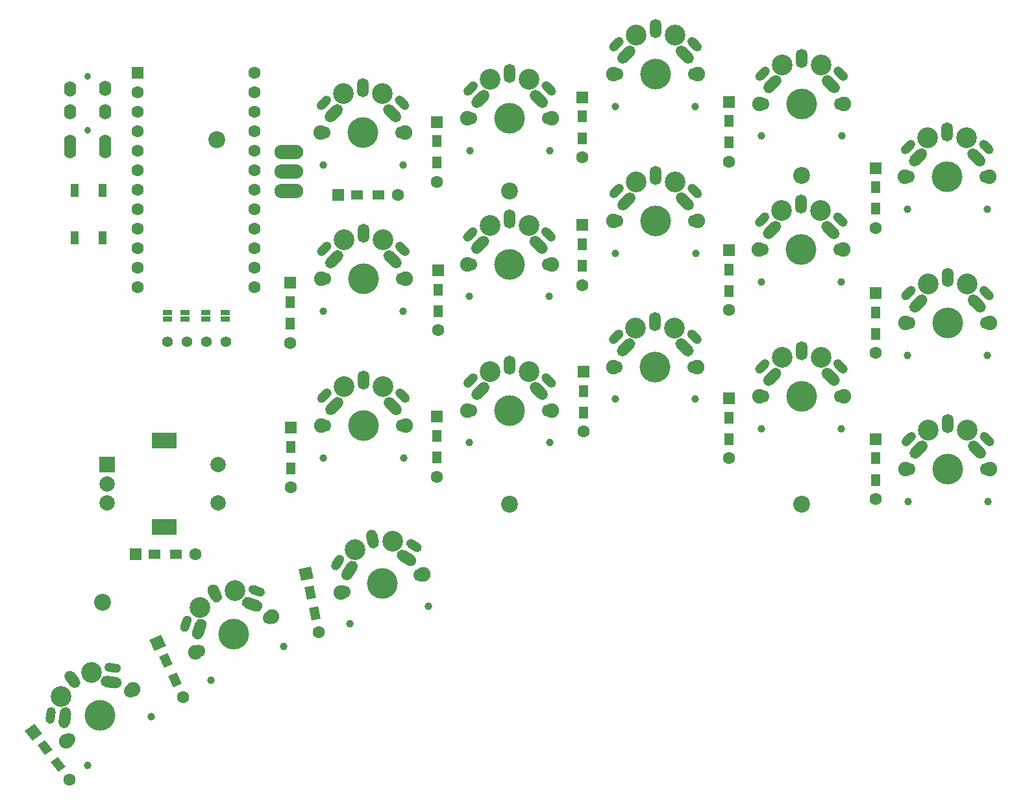
<source format=gbr>
%TF.GenerationSoftware,KiCad,Pcbnew,(5.1.7)-1*%
%TF.CreationDate,2021-07-12T10:23:36+05:30*%
%TF.ProjectId,Pteron36v0,50746572-6f6e-4333-9676-302e6b696361,rev?*%
%TF.SameCoordinates,Original*%
%TF.FileFunction,Soldermask,Bot*%
%TF.FilePolarity,Negative*%
%FSLAX46Y46*%
G04 Gerber Fmt 4.6, Leading zero omitted, Abs format (unit mm)*
G04 Created by KiCad (PCBNEW (5.1.7)-1) date 2021-07-12 10:23:36*
%MOMM*%
%LPD*%
G01*
G04 APERTURE LIST*
%ADD10C,1.000000*%
%ADD11O,1.500000X2.500000*%
%ADD12C,1.900000*%
%ADD13C,4.000000*%
%ADD14C,1.700000*%
%ADD15C,2.700000*%
%ADD16C,2.200000*%
%ADD17C,1.600000*%
%ADD18R,1.600000X1.600000*%
%ADD19O,1.600000X2.000000*%
%ADD20C,0.800000*%
%ADD21R,2.000000X2.000000*%
%ADD22C,2.000000*%
%ADD23R,3.200000X2.000000*%
%ADD24R,1.600000X1.200000*%
%ADD25R,1.100000X1.800000*%
%ADD26O,3.759200X1.879600*%
%ADD27R,1.200000X1.600000*%
%ADD28C,0.100000*%
%ADD29R,1.270000X0.635000*%
%ADD30C,1.397000*%
G04 APERTURE END LIST*
D10*
%TO.C,SW13*%
X182983305Y-77329232D03*
D11*
X177763305Y-67229232D03*
G36*
G01*
X182085488Y-68451415D02*
X182085488Y-68451415D01*
G75*
G02*
X182934016Y-68451415I424264J-424264D01*
G01*
X183641122Y-69158521D01*
G75*
G02*
X183641122Y-70007049I-424264J-424264D01*
G01*
X183641122Y-70007049D01*
G75*
G02*
X182792594Y-70007049I-424264J424264D01*
G01*
X182085488Y-69299943D01*
G75*
G02*
X182085488Y-68451415I424264J424264D01*
G01*
G37*
G36*
G01*
X171885488Y-70007049D02*
X171885488Y-70007049D01*
G75*
G02*
X171885488Y-69158521I424264J424264D01*
G01*
X172592594Y-68451415D01*
G75*
G02*
X173441122Y-68451415I424264J-424264D01*
G01*
X173441122Y-68451415D01*
G75*
G02*
X173441122Y-69299943I-424264J-424264D01*
G01*
X172734016Y-70007049D01*
G75*
G02*
X171885488Y-70007049I-424264J424264D01*
G01*
G37*
D12*
X183263305Y-73129232D03*
X172263305Y-73129232D03*
G36*
G01*
X172963356Y-71579181D02*
X172963356Y-71579181D01*
G75*
G02*
X172963356Y-70518521I530330J530330D01*
G01*
X173882594Y-69599283D01*
G75*
G02*
X174943254Y-69599283I530330J-530330D01*
G01*
X174943254Y-69599283D01*
G75*
G02*
X174943254Y-70659943I-530330J-530330D01*
G01*
X174024016Y-71579181D01*
G75*
G02*
X172963356Y-71579181I-530330J530330D01*
G01*
G37*
D13*
X177763305Y-73129232D03*
D14*
X172683305Y-73129232D03*
X182843305Y-73129232D03*
G36*
G01*
X180583356Y-69599283D02*
X180583356Y-69599283D01*
G75*
G02*
X181644016Y-69599283I530330J-530330D01*
G01*
X182563254Y-70518521D01*
G75*
G02*
X182563254Y-71579181I-530330J-530330D01*
G01*
X182563254Y-71579181D01*
G75*
G02*
X181502594Y-71579181I-530330J530330D01*
G01*
X180583356Y-70659943D01*
G75*
G02*
X180583356Y-69599283I530330J530330D01*
G01*
G37*
D15*
X175223305Y-68049232D03*
X180303305Y-68049232D03*
D10*
X172543305Y-77329232D03*
%TD*%
%TO.C,SW8*%
X202061035Y-86905722D03*
D11*
X196841035Y-76805722D03*
G36*
G01*
X201163218Y-78027905D02*
X201163218Y-78027905D01*
G75*
G02*
X202011746Y-78027905I424264J-424264D01*
G01*
X202718852Y-78735011D01*
G75*
G02*
X202718852Y-79583539I-424264J-424264D01*
G01*
X202718852Y-79583539D01*
G75*
G02*
X201870324Y-79583539I-424264J424264D01*
G01*
X201163218Y-78876433D01*
G75*
G02*
X201163218Y-78027905I424264J424264D01*
G01*
G37*
G36*
G01*
X190963218Y-79583539D02*
X190963218Y-79583539D01*
G75*
G02*
X190963218Y-78735011I424264J424264D01*
G01*
X191670324Y-78027905D01*
G75*
G02*
X192518852Y-78027905I424264J-424264D01*
G01*
X192518852Y-78027905D01*
G75*
G02*
X192518852Y-78876433I-424264J-424264D01*
G01*
X191811746Y-79583539D01*
G75*
G02*
X190963218Y-79583539I-424264J424264D01*
G01*
G37*
D12*
X202341035Y-82705722D03*
X191341035Y-82705722D03*
G36*
G01*
X192041086Y-81155671D02*
X192041086Y-81155671D01*
G75*
G02*
X192041086Y-80095011I530330J530330D01*
G01*
X192960324Y-79175773D01*
G75*
G02*
X194020984Y-79175773I530330J-530330D01*
G01*
X194020984Y-79175773D01*
G75*
G02*
X194020984Y-80236433I-530330J-530330D01*
G01*
X193101746Y-81155671D01*
G75*
G02*
X192041086Y-81155671I-530330J530330D01*
G01*
G37*
D13*
X196841035Y-82705722D03*
D14*
X191761035Y-82705722D03*
X201921035Y-82705722D03*
G36*
G01*
X199661086Y-79175773D02*
X199661086Y-79175773D01*
G75*
G02*
X200721746Y-79175773I530330J-530330D01*
G01*
X201640984Y-80095011D01*
G75*
G02*
X201640984Y-81155671I-530330J-530330D01*
G01*
X201640984Y-81155671D01*
G75*
G02*
X200580324Y-81155671I-530330J530330D01*
G01*
X199661086Y-80236433D01*
G75*
G02*
X199661086Y-79175773I530330J530330D01*
G01*
G37*
D15*
X194301035Y-77625722D03*
X199381035Y-77625722D03*
D10*
X191621035Y-86905722D03*
%TD*%
%TO.C,SW7*%
X202017387Y-67870820D03*
D11*
X196797387Y-57770820D03*
G36*
G01*
X201119570Y-58993003D02*
X201119570Y-58993003D01*
G75*
G02*
X201968098Y-58993003I424264J-424264D01*
G01*
X202675204Y-59700109D01*
G75*
G02*
X202675204Y-60548637I-424264J-424264D01*
G01*
X202675204Y-60548637D01*
G75*
G02*
X201826676Y-60548637I-424264J424264D01*
G01*
X201119570Y-59841531D01*
G75*
G02*
X201119570Y-58993003I424264J424264D01*
G01*
G37*
G36*
G01*
X190919570Y-60548637D02*
X190919570Y-60548637D01*
G75*
G02*
X190919570Y-59700109I424264J424264D01*
G01*
X191626676Y-58993003D01*
G75*
G02*
X192475204Y-58993003I424264J-424264D01*
G01*
X192475204Y-58993003D01*
G75*
G02*
X192475204Y-59841531I-424264J-424264D01*
G01*
X191768098Y-60548637D01*
G75*
G02*
X190919570Y-60548637I-424264J424264D01*
G01*
G37*
D12*
X202297387Y-63670820D03*
X191297387Y-63670820D03*
G36*
G01*
X191997438Y-62120769D02*
X191997438Y-62120769D01*
G75*
G02*
X191997438Y-61060109I530330J530330D01*
G01*
X192916676Y-60140871D01*
G75*
G02*
X193977336Y-60140871I530330J-530330D01*
G01*
X193977336Y-60140871D01*
G75*
G02*
X193977336Y-61201531I-530330J-530330D01*
G01*
X193058098Y-62120769D01*
G75*
G02*
X191997438Y-62120769I-530330J530330D01*
G01*
G37*
D13*
X196797387Y-63670820D03*
D14*
X191717387Y-63670820D03*
X201877387Y-63670820D03*
G36*
G01*
X199617438Y-60140871D02*
X199617438Y-60140871D01*
G75*
G02*
X200678098Y-60140871I530330J-530330D01*
G01*
X201597336Y-61060109D01*
G75*
G02*
X201597336Y-62120769I-530330J-530330D01*
G01*
X201597336Y-62120769D01*
G75*
G02*
X200536676Y-62120769I-530330J530330D01*
G01*
X199617438Y-61201531D01*
G75*
G02*
X199617438Y-60140871I530330J530330D01*
G01*
G37*
D15*
X194257387Y-58590820D03*
X199337387Y-58590820D03*
D10*
X191577387Y-67870820D03*
%TD*%
%TO.C,SW12*%
X183030215Y-58318605D03*
D11*
X177810215Y-48218605D03*
G36*
G01*
X182132398Y-49440788D02*
X182132398Y-49440788D01*
G75*
G02*
X182980926Y-49440788I424264J-424264D01*
G01*
X183688032Y-50147894D01*
G75*
G02*
X183688032Y-50996422I-424264J-424264D01*
G01*
X183688032Y-50996422D01*
G75*
G02*
X182839504Y-50996422I-424264J424264D01*
G01*
X182132398Y-50289316D01*
G75*
G02*
X182132398Y-49440788I424264J424264D01*
G01*
G37*
G36*
G01*
X171932398Y-50996422D02*
X171932398Y-50996422D01*
G75*
G02*
X171932398Y-50147894I424264J424264D01*
G01*
X172639504Y-49440788D01*
G75*
G02*
X173488032Y-49440788I424264J-424264D01*
G01*
X173488032Y-49440788D01*
G75*
G02*
X173488032Y-50289316I-424264J-424264D01*
G01*
X172780926Y-50996422D01*
G75*
G02*
X171932398Y-50996422I-424264J424264D01*
G01*
G37*
D12*
X183310215Y-54118605D03*
X172310215Y-54118605D03*
G36*
G01*
X173010266Y-52568554D02*
X173010266Y-52568554D01*
G75*
G02*
X173010266Y-51507894I530330J530330D01*
G01*
X173929504Y-50588656D01*
G75*
G02*
X174990164Y-50588656I530330J-530330D01*
G01*
X174990164Y-50588656D01*
G75*
G02*
X174990164Y-51649316I-530330J-530330D01*
G01*
X174070926Y-52568554D01*
G75*
G02*
X173010266Y-52568554I-530330J530330D01*
G01*
G37*
D13*
X177810215Y-54118605D03*
D14*
X172730215Y-54118605D03*
X182890215Y-54118605D03*
G36*
G01*
X180630266Y-50588656D02*
X180630266Y-50588656D01*
G75*
G02*
X181690926Y-50588656I530330J-530330D01*
G01*
X182610164Y-51507894D01*
G75*
G02*
X182610164Y-52568554I-530330J-530330D01*
G01*
X182610164Y-52568554D01*
G75*
G02*
X181549504Y-52568554I-530330J530330D01*
G01*
X180630266Y-51649316D01*
G75*
G02*
X180630266Y-50588656I530330J530330D01*
G01*
G37*
D15*
X175270215Y-49038605D03*
X180350215Y-49038605D03*
D10*
X172590215Y-58318605D03*
%TD*%
%TO.C,SW22*%
X144952181Y-60247769D03*
D11*
X139732181Y-50147769D03*
G36*
G01*
X144054364Y-51369952D02*
X144054364Y-51369952D01*
G75*
G02*
X144902892Y-51369952I424264J-424264D01*
G01*
X145609998Y-52077058D01*
G75*
G02*
X145609998Y-52925586I-424264J-424264D01*
G01*
X145609998Y-52925586D01*
G75*
G02*
X144761470Y-52925586I-424264J424264D01*
G01*
X144054364Y-52218480D01*
G75*
G02*
X144054364Y-51369952I424264J424264D01*
G01*
G37*
G36*
G01*
X133854364Y-52925586D02*
X133854364Y-52925586D01*
G75*
G02*
X133854364Y-52077058I424264J424264D01*
G01*
X134561470Y-51369952D01*
G75*
G02*
X135409998Y-51369952I424264J-424264D01*
G01*
X135409998Y-51369952D01*
G75*
G02*
X135409998Y-52218480I-424264J-424264D01*
G01*
X134702892Y-52925586D01*
G75*
G02*
X133854364Y-52925586I-424264J424264D01*
G01*
G37*
D12*
X145232181Y-56047769D03*
X134232181Y-56047769D03*
G36*
G01*
X134932232Y-54497718D02*
X134932232Y-54497718D01*
G75*
G02*
X134932232Y-53437058I530330J530330D01*
G01*
X135851470Y-52517820D01*
G75*
G02*
X136912130Y-52517820I530330J-530330D01*
G01*
X136912130Y-52517820D01*
G75*
G02*
X136912130Y-53578480I-530330J-530330D01*
G01*
X135992892Y-54497718D01*
G75*
G02*
X134932232Y-54497718I-530330J530330D01*
G01*
G37*
D13*
X139732181Y-56047769D03*
D14*
X134652181Y-56047769D03*
X144812181Y-56047769D03*
G36*
G01*
X142552232Y-52517820D02*
X142552232Y-52517820D01*
G75*
G02*
X143612892Y-52517820I530330J-530330D01*
G01*
X144532130Y-53437058D01*
G75*
G02*
X144532130Y-54497718I-530330J-530330D01*
G01*
X144532130Y-54497718D01*
G75*
G02*
X143471470Y-54497718I-530330J530330D01*
G01*
X142552232Y-53578480D01*
G75*
G02*
X142552232Y-52517820I530330J530330D01*
G01*
G37*
D15*
X137192181Y-50967769D03*
X142272181Y-50967769D03*
D10*
X134512181Y-60247769D03*
%TD*%
%TO.C,SW26*%
X125818486Y-62109020D03*
D11*
X120598486Y-52009020D03*
G36*
G01*
X124920669Y-53231203D02*
X124920669Y-53231203D01*
G75*
G02*
X125769197Y-53231203I424264J-424264D01*
G01*
X126476303Y-53938309D01*
G75*
G02*
X126476303Y-54786837I-424264J-424264D01*
G01*
X126476303Y-54786837D01*
G75*
G02*
X125627775Y-54786837I-424264J424264D01*
G01*
X124920669Y-54079731D01*
G75*
G02*
X124920669Y-53231203I424264J424264D01*
G01*
G37*
G36*
G01*
X114720669Y-54786837D02*
X114720669Y-54786837D01*
G75*
G02*
X114720669Y-53938309I424264J424264D01*
G01*
X115427775Y-53231203D01*
G75*
G02*
X116276303Y-53231203I424264J-424264D01*
G01*
X116276303Y-53231203D01*
G75*
G02*
X116276303Y-54079731I-424264J-424264D01*
G01*
X115569197Y-54786837D01*
G75*
G02*
X114720669Y-54786837I-424264J424264D01*
G01*
G37*
D12*
X126098486Y-57909020D03*
X115098486Y-57909020D03*
G36*
G01*
X115798537Y-56358969D02*
X115798537Y-56358969D01*
G75*
G02*
X115798537Y-55298309I530330J530330D01*
G01*
X116717775Y-54379071D01*
G75*
G02*
X117778435Y-54379071I530330J-530330D01*
G01*
X117778435Y-54379071D01*
G75*
G02*
X117778435Y-55439731I-530330J-530330D01*
G01*
X116859197Y-56358969D01*
G75*
G02*
X115798537Y-56358969I-530330J530330D01*
G01*
G37*
D13*
X120598486Y-57909020D03*
D14*
X115518486Y-57909020D03*
X125678486Y-57909020D03*
G36*
G01*
X123418537Y-54379071D02*
X123418537Y-54379071D01*
G75*
G02*
X124479197Y-54379071I530330J-530330D01*
G01*
X125398435Y-55298309D01*
G75*
G02*
X125398435Y-56358969I-530330J-530330D01*
G01*
X125398435Y-56358969D01*
G75*
G02*
X124337775Y-56358969I-530330J530330D01*
G01*
X123418537Y-55439731D01*
G75*
G02*
X123418537Y-54379071I530330J530330D01*
G01*
G37*
D15*
X118058486Y-52829020D03*
X123138486Y-52829020D03*
D10*
X115378486Y-62109020D03*
%TD*%
%TO.C,SW28*%
X125881509Y-100269365D03*
D11*
X120661509Y-90169365D03*
G36*
G01*
X124983692Y-91391548D02*
X124983692Y-91391548D01*
G75*
G02*
X125832220Y-91391548I424264J-424264D01*
G01*
X126539326Y-92098654D01*
G75*
G02*
X126539326Y-92947182I-424264J-424264D01*
G01*
X126539326Y-92947182D01*
G75*
G02*
X125690798Y-92947182I-424264J424264D01*
G01*
X124983692Y-92240076D01*
G75*
G02*
X124983692Y-91391548I424264J424264D01*
G01*
G37*
G36*
G01*
X114783692Y-92947182D02*
X114783692Y-92947182D01*
G75*
G02*
X114783692Y-92098654I424264J424264D01*
G01*
X115490798Y-91391548D01*
G75*
G02*
X116339326Y-91391548I424264J-424264D01*
G01*
X116339326Y-91391548D01*
G75*
G02*
X116339326Y-92240076I-424264J-424264D01*
G01*
X115632220Y-92947182D01*
G75*
G02*
X114783692Y-92947182I-424264J424264D01*
G01*
G37*
D12*
X126161509Y-96069365D03*
X115161509Y-96069365D03*
G36*
G01*
X115861560Y-94519314D02*
X115861560Y-94519314D01*
G75*
G02*
X115861560Y-93458654I530330J530330D01*
G01*
X116780798Y-92539416D01*
G75*
G02*
X117841458Y-92539416I530330J-530330D01*
G01*
X117841458Y-92539416D01*
G75*
G02*
X117841458Y-93600076I-530330J-530330D01*
G01*
X116922220Y-94519314D01*
G75*
G02*
X115861560Y-94519314I-530330J530330D01*
G01*
G37*
D13*
X120661509Y-96069365D03*
D14*
X115581509Y-96069365D03*
X125741509Y-96069365D03*
G36*
G01*
X123481560Y-92539416D02*
X123481560Y-92539416D01*
G75*
G02*
X124542220Y-92539416I530330J-530330D01*
G01*
X125461458Y-93458654D01*
G75*
G02*
X125461458Y-94519314I-530330J-530330D01*
G01*
X125461458Y-94519314D01*
G75*
G02*
X124400798Y-94519314I-530330J530330D01*
G01*
X123481560Y-93600076D01*
G75*
G02*
X123481560Y-92539416I530330J530330D01*
G01*
G37*
D15*
X118121509Y-90989365D03*
X123201509Y-90989365D03*
D10*
X115441509Y-100269365D03*
%TD*%
%TO.C,SW27*%
X125862130Y-81143915D03*
D11*
X120642130Y-71043915D03*
G36*
G01*
X124964313Y-72266098D02*
X124964313Y-72266098D01*
G75*
G02*
X125812841Y-72266098I424264J-424264D01*
G01*
X126519947Y-72973204D01*
G75*
G02*
X126519947Y-73821732I-424264J-424264D01*
G01*
X126519947Y-73821732D01*
G75*
G02*
X125671419Y-73821732I-424264J424264D01*
G01*
X124964313Y-73114626D01*
G75*
G02*
X124964313Y-72266098I424264J424264D01*
G01*
G37*
G36*
G01*
X114764313Y-73821732D02*
X114764313Y-73821732D01*
G75*
G02*
X114764313Y-72973204I424264J424264D01*
G01*
X115471419Y-72266098D01*
G75*
G02*
X116319947Y-72266098I424264J-424264D01*
G01*
X116319947Y-72266098D01*
G75*
G02*
X116319947Y-73114626I-424264J-424264D01*
G01*
X115612841Y-73821732D01*
G75*
G02*
X114764313Y-73821732I-424264J424264D01*
G01*
G37*
D12*
X126142130Y-76943915D03*
X115142130Y-76943915D03*
G36*
G01*
X115842181Y-75393864D02*
X115842181Y-75393864D01*
G75*
G02*
X115842181Y-74333204I530330J530330D01*
G01*
X116761419Y-73413966D01*
G75*
G02*
X117822079Y-73413966I530330J-530330D01*
G01*
X117822079Y-73413966D01*
G75*
G02*
X117822079Y-74474626I-530330J-530330D01*
G01*
X116902841Y-75393864D01*
G75*
G02*
X115842181Y-75393864I-530330J530330D01*
G01*
G37*
D13*
X120642130Y-76943915D03*
D14*
X115562130Y-76943915D03*
X125722130Y-76943915D03*
G36*
G01*
X123462181Y-73413966D02*
X123462181Y-73413966D01*
G75*
G02*
X124522841Y-73413966I530330J-530330D01*
G01*
X125442079Y-74333204D01*
G75*
G02*
X125442079Y-75393864I-530330J-530330D01*
G01*
X125442079Y-75393864D01*
G75*
G02*
X124381419Y-75393864I-530330J530330D01*
G01*
X123462181Y-74474626D01*
G75*
G02*
X123462181Y-73413966I530330J530330D01*
G01*
G37*
D15*
X118102130Y-71863915D03*
X123182130Y-71863915D03*
D10*
X115422130Y-81143915D03*
%TD*%
%TO.C,SW24*%
X144948913Y-98293290D03*
D11*
X139728913Y-88193290D03*
G36*
G01*
X144051096Y-89415473D02*
X144051096Y-89415473D01*
G75*
G02*
X144899624Y-89415473I424264J-424264D01*
G01*
X145606730Y-90122579D01*
G75*
G02*
X145606730Y-90971107I-424264J-424264D01*
G01*
X145606730Y-90971107D01*
G75*
G02*
X144758202Y-90971107I-424264J424264D01*
G01*
X144051096Y-90264001D01*
G75*
G02*
X144051096Y-89415473I424264J424264D01*
G01*
G37*
G36*
G01*
X133851096Y-90971107D02*
X133851096Y-90971107D01*
G75*
G02*
X133851096Y-90122579I424264J424264D01*
G01*
X134558202Y-89415473D01*
G75*
G02*
X135406730Y-89415473I424264J-424264D01*
G01*
X135406730Y-89415473D01*
G75*
G02*
X135406730Y-90264001I-424264J-424264D01*
G01*
X134699624Y-90971107D01*
G75*
G02*
X133851096Y-90971107I-424264J424264D01*
G01*
G37*
D12*
X145228913Y-94093290D03*
X134228913Y-94093290D03*
G36*
G01*
X134928964Y-92543239D02*
X134928964Y-92543239D01*
G75*
G02*
X134928964Y-91482579I530330J530330D01*
G01*
X135848202Y-90563341D01*
G75*
G02*
X136908862Y-90563341I530330J-530330D01*
G01*
X136908862Y-90563341D01*
G75*
G02*
X136908862Y-91624001I-530330J-530330D01*
G01*
X135989624Y-92543239D01*
G75*
G02*
X134928964Y-92543239I-530330J530330D01*
G01*
G37*
D13*
X139728913Y-94093290D03*
D14*
X134648913Y-94093290D03*
X144808913Y-94093290D03*
G36*
G01*
X142548964Y-90563341D02*
X142548964Y-90563341D01*
G75*
G02*
X143609624Y-90563341I530330J-530330D01*
G01*
X144528862Y-91482579D01*
G75*
G02*
X144528862Y-92543239I-530330J-530330D01*
G01*
X144528862Y-92543239D01*
G75*
G02*
X143468202Y-92543239I-530330J530330D01*
G01*
X142548964Y-91624001D01*
G75*
G02*
X142548964Y-90563341I530330J530330D01*
G01*
G37*
D15*
X137188913Y-89013290D03*
X142268913Y-89013290D03*
D10*
X134508913Y-98293290D03*
%TD*%
%TO.C,SW23*%
X144905269Y-79258394D03*
D11*
X139685269Y-69158394D03*
G36*
G01*
X144007452Y-70380577D02*
X144007452Y-70380577D01*
G75*
G02*
X144855980Y-70380577I424264J-424264D01*
G01*
X145563086Y-71087683D01*
G75*
G02*
X145563086Y-71936211I-424264J-424264D01*
G01*
X145563086Y-71936211D01*
G75*
G02*
X144714558Y-71936211I-424264J424264D01*
G01*
X144007452Y-71229105D01*
G75*
G02*
X144007452Y-70380577I424264J424264D01*
G01*
G37*
G36*
G01*
X133807452Y-71936211D02*
X133807452Y-71936211D01*
G75*
G02*
X133807452Y-71087683I424264J424264D01*
G01*
X134514558Y-70380577D01*
G75*
G02*
X135363086Y-70380577I424264J-424264D01*
G01*
X135363086Y-70380577D01*
G75*
G02*
X135363086Y-71229105I-424264J-424264D01*
G01*
X134655980Y-71936211D01*
G75*
G02*
X133807452Y-71936211I-424264J424264D01*
G01*
G37*
D12*
X145185269Y-75058394D03*
X134185269Y-75058394D03*
G36*
G01*
X134885320Y-73508343D02*
X134885320Y-73508343D01*
G75*
G02*
X134885320Y-72447683I530330J530330D01*
G01*
X135804558Y-71528445D01*
G75*
G02*
X136865218Y-71528445I530330J-530330D01*
G01*
X136865218Y-71528445D01*
G75*
G02*
X136865218Y-72589105I-530330J-530330D01*
G01*
X135945980Y-73508343D01*
G75*
G02*
X134885320Y-73508343I-530330J530330D01*
G01*
G37*
D13*
X139685269Y-75058394D03*
D14*
X134605269Y-75058394D03*
X144765269Y-75058394D03*
G36*
G01*
X142505320Y-71528445D02*
X142505320Y-71528445D01*
G75*
G02*
X143565980Y-71528445I530330J-530330D01*
G01*
X144485218Y-72447683D01*
G75*
G02*
X144485218Y-73508343I-530330J-530330D01*
G01*
X144485218Y-73508343D01*
G75*
G02*
X143424558Y-73508343I-530330J530330D01*
G01*
X142505320Y-72589105D01*
G75*
G02*
X142505320Y-71528445I530330J530330D01*
G01*
G37*
D15*
X137145269Y-69978394D03*
X142225269Y-69978394D03*
D10*
X134465269Y-79258394D03*
%TD*%
%TO.C,SW20*%
X92976811Y-133986528D03*
G36*
G01*
X83447969Y-130143086D02*
X83447969Y-130143086D01*
G75*
G02*
X82396383Y-130004642I-456571J595015D01*
G01*
X81787621Y-129211288D01*
G75*
G02*
X81926065Y-128159702I595015J456571D01*
G01*
X81926065Y-128159702D01*
G75*
G02*
X82977651Y-128298146I456571J-595015D01*
G01*
X83586413Y-129091500D01*
G75*
G02*
X83447969Y-130143086I-595015J-456571D01*
G01*
G37*
G36*
G01*
X86860052Y-127489839D02*
X86860052Y-127489839D01*
G75*
G02*
X87533235Y-126973288I594867J-78316D01*
G01*
X88524679Y-127103814D01*
G75*
G02*
X89041230Y-127776997I-78316J-594867D01*
G01*
X89041230Y-127776997D01*
G75*
G02*
X88368047Y-128293548I-594867J78316D01*
G01*
X87376603Y-128163022D01*
G75*
G02*
X86860052Y-127489839I78316J594867D01*
G01*
G37*
G36*
G01*
X79714858Y-134933373D02*
X79714858Y-134933373D01*
G75*
G02*
X79198307Y-134260190I78316J594867D01*
G01*
X79328833Y-133268746D01*
G75*
G02*
X80002016Y-132752195I594867J-78316D01*
G01*
X80002016Y-132752195D01*
G75*
G02*
X80518567Y-133425378I-78316J-594867D01*
G01*
X80388041Y-134416822D01*
G75*
G02*
X79714858Y-134933373I-594867J78316D01*
G01*
G37*
D12*
X90642152Y-130483991D03*
X81915266Y-137180367D03*
G36*
G01*
X81527042Y-135524466D02*
X81527042Y-135524466D01*
G75*
G02*
X80881353Y-134682987I97895J743584D01*
G01*
X81051037Y-133394109D01*
G75*
G02*
X81892516Y-132748420I743584J-97895D01*
G01*
X81892516Y-132748420D01*
G75*
G02*
X82538205Y-133589899I-97895J-743584D01*
G01*
X82368521Y-134878777D01*
G75*
G02*
X81527042Y-135524466I-743584J97895D01*
G01*
G37*
D13*
X86278709Y-133832179D03*
D14*
X82248474Y-136924687D03*
X90308944Y-130739671D03*
G36*
G01*
X86367108Y-129314943D02*
X86367108Y-129314943D01*
G75*
G02*
X87208587Y-128669254I743584J-97895D01*
G01*
X88497465Y-128838938D01*
G75*
G02*
X89143154Y-129680417I-97895J-743584D01*
G01*
X89143154Y-129680417D01*
G75*
G02*
X88301675Y-130326106I-743584J97895D01*
G01*
X87012797Y-130156422D01*
G75*
G02*
X86367108Y-129314943I97895J743584D01*
G01*
G37*
D15*
X81171083Y-131348198D03*
X85201318Y-128255690D03*
D10*
X84694203Y-140341998D03*
%TD*%
%TO.C,SW19*%
X163942246Y-92609196D03*
D11*
X158722246Y-82509196D03*
G36*
G01*
X163044429Y-83731379D02*
X163044429Y-83731379D01*
G75*
G02*
X163892957Y-83731379I424264J-424264D01*
G01*
X164600063Y-84438485D01*
G75*
G02*
X164600063Y-85287013I-424264J-424264D01*
G01*
X164600063Y-85287013D01*
G75*
G02*
X163751535Y-85287013I-424264J424264D01*
G01*
X163044429Y-84579907D01*
G75*
G02*
X163044429Y-83731379I424264J424264D01*
G01*
G37*
G36*
G01*
X152844429Y-85287013D02*
X152844429Y-85287013D01*
G75*
G02*
X152844429Y-84438485I424264J424264D01*
G01*
X153551535Y-83731379D01*
G75*
G02*
X154400063Y-83731379I424264J-424264D01*
G01*
X154400063Y-83731379D01*
G75*
G02*
X154400063Y-84579907I-424264J-424264D01*
G01*
X153692957Y-85287013D01*
G75*
G02*
X152844429Y-85287013I-424264J424264D01*
G01*
G37*
D12*
X164222246Y-88409196D03*
X153222246Y-88409196D03*
G36*
G01*
X153922297Y-86859145D02*
X153922297Y-86859145D01*
G75*
G02*
X153922297Y-85798485I530330J530330D01*
G01*
X154841535Y-84879247D01*
G75*
G02*
X155902195Y-84879247I530330J-530330D01*
G01*
X155902195Y-84879247D01*
G75*
G02*
X155902195Y-85939907I-530330J-530330D01*
G01*
X154982957Y-86859145D01*
G75*
G02*
X153922297Y-86859145I-530330J530330D01*
G01*
G37*
D13*
X158722246Y-88409196D03*
D14*
X153642246Y-88409196D03*
X163802246Y-88409196D03*
G36*
G01*
X161542297Y-84879247D02*
X161542297Y-84879247D01*
G75*
G02*
X162602957Y-84879247I530330J-530330D01*
G01*
X163522195Y-85798485D01*
G75*
G02*
X163522195Y-86859145I-530330J-530330D01*
G01*
X163522195Y-86859145D01*
G75*
G02*
X162461535Y-86859145I-530330J530330D01*
G01*
X161542297Y-85939907D01*
G75*
G02*
X161542297Y-84879247I530330J530330D01*
G01*
G37*
D15*
X156182246Y-83329196D03*
X161262246Y-83329196D03*
D10*
X153502246Y-92609196D03*
%TD*%
%TO.C,SW18*%
X163989162Y-73598567D03*
D11*
X158769162Y-63498567D03*
G36*
G01*
X163091345Y-64720750D02*
X163091345Y-64720750D01*
G75*
G02*
X163939873Y-64720750I424264J-424264D01*
G01*
X164646979Y-65427856D01*
G75*
G02*
X164646979Y-66276384I-424264J-424264D01*
G01*
X164646979Y-66276384D01*
G75*
G02*
X163798451Y-66276384I-424264J424264D01*
G01*
X163091345Y-65569278D01*
G75*
G02*
X163091345Y-64720750I424264J424264D01*
G01*
G37*
G36*
G01*
X152891345Y-66276384D02*
X152891345Y-66276384D01*
G75*
G02*
X152891345Y-65427856I424264J424264D01*
G01*
X153598451Y-64720750D01*
G75*
G02*
X154446979Y-64720750I424264J-424264D01*
G01*
X154446979Y-64720750D01*
G75*
G02*
X154446979Y-65569278I-424264J-424264D01*
G01*
X153739873Y-66276384D01*
G75*
G02*
X152891345Y-66276384I-424264J424264D01*
G01*
G37*
D12*
X164269162Y-69398567D03*
X153269162Y-69398567D03*
G36*
G01*
X153969213Y-67848516D02*
X153969213Y-67848516D01*
G75*
G02*
X153969213Y-66787856I530330J530330D01*
G01*
X154888451Y-65868618D01*
G75*
G02*
X155949111Y-65868618I530330J-530330D01*
G01*
X155949111Y-65868618D01*
G75*
G02*
X155949111Y-66929278I-530330J-530330D01*
G01*
X155029873Y-67848516D01*
G75*
G02*
X153969213Y-67848516I-530330J530330D01*
G01*
G37*
D13*
X158769162Y-69398567D03*
D14*
X153689162Y-69398567D03*
X163849162Y-69398567D03*
G36*
G01*
X161589213Y-65868618D02*
X161589213Y-65868618D01*
G75*
G02*
X162649873Y-65868618I530330J-530330D01*
G01*
X163569111Y-66787856D01*
G75*
G02*
X163569111Y-67848516I-530330J-530330D01*
G01*
X163569111Y-67848516D01*
G75*
G02*
X162508451Y-67848516I-530330J530330D01*
G01*
X161589213Y-66929278D01*
G75*
G02*
X161589213Y-65868618I530330J530330D01*
G01*
G37*
D15*
X156229162Y-64318567D03*
X161309162Y-64318567D03*
D10*
X153549162Y-73598567D03*
%TD*%
%TO.C,SW17*%
X163969779Y-54473116D03*
D11*
X158749779Y-44373116D03*
G36*
G01*
X163071962Y-45595299D02*
X163071962Y-45595299D01*
G75*
G02*
X163920490Y-45595299I424264J-424264D01*
G01*
X164627596Y-46302405D01*
G75*
G02*
X164627596Y-47150933I-424264J-424264D01*
G01*
X164627596Y-47150933D01*
G75*
G02*
X163779068Y-47150933I-424264J424264D01*
G01*
X163071962Y-46443827D01*
G75*
G02*
X163071962Y-45595299I424264J424264D01*
G01*
G37*
G36*
G01*
X152871962Y-47150933D02*
X152871962Y-47150933D01*
G75*
G02*
X152871962Y-46302405I424264J424264D01*
G01*
X153579068Y-45595299D01*
G75*
G02*
X154427596Y-45595299I424264J-424264D01*
G01*
X154427596Y-45595299D01*
G75*
G02*
X154427596Y-46443827I-424264J-424264D01*
G01*
X153720490Y-47150933D01*
G75*
G02*
X152871962Y-47150933I-424264J424264D01*
G01*
G37*
D12*
X164249779Y-50273116D03*
X153249779Y-50273116D03*
G36*
G01*
X153949830Y-48723065D02*
X153949830Y-48723065D01*
G75*
G02*
X153949830Y-47662405I530330J530330D01*
G01*
X154869068Y-46743167D01*
G75*
G02*
X155929728Y-46743167I530330J-530330D01*
G01*
X155929728Y-46743167D01*
G75*
G02*
X155929728Y-47803827I-530330J-530330D01*
G01*
X155010490Y-48723065D01*
G75*
G02*
X153949830Y-48723065I-530330J530330D01*
G01*
G37*
D13*
X158749779Y-50273116D03*
D14*
X153669779Y-50273116D03*
X163829779Y-50273116D03*
G36*
G01*
X161569830Y-46743167D02*
X161569830Y-46743167D01*
G75*
G02*
X162630490Y-46743167I530330J-530330D01*
G01*
X163549728Y-47662405D01*
G75*
G02*
X163549728Y-48723065I-530330J-530330D01*
G01*
X163549728Y-48723065D01*
G75*
G02*
X162489068Y-48723065I-530330J530330D01*
G01*
X161569830Y-47803827D01*
G75*
G02*
X161569830Y-46743167I530330J530330D01*
G01*
G37*
D15*
X156209779Y-45193116D03*
X161289779Y-45193116D03*
D10*
X153529779Y-54473116D03*
%TD*%
%TO.C,SW15*%
X110268018Y-124879285D03*
G36*
G01*
X101796920Y-119064529D02*
X101796920Y-119064529D01*
G75*
G02*
X100800225Y-118701762I-316964J679731D01*
G01*
X100377607Y-117795454D01*
G75*
G02*
X100740374Y-116798759I679731J316964D01*
G01*
X100740374Y-116798759D01*
G75*
G02*
X101737069Y-117161526I316964J-679731D01*
G01*
X102159687Y-118067834D01*
G75*
G02*
X101796920Y-119064529I-679731J-316964D01*
G01*
G37*
G36*
G01*
X105702391Y-117212684D02*
X105702391Y-117212684D01*
G75*
G02*
X106471419Y-116854080I563816J-205212D01*
G01*
X107411111Y-117196100D01*
G75*
G02*
X107769715Y-117965128I-205212J-563816D01*
G01*
X107769715Y-117965128D01*
G75*
G02*
X107000687Y-118323732I-563816J205212D01*
G01*
X106060995Y-117981712D01*
G75*
G02*
X105702391Y-117212684I205212J563816D01*
G01*
G37*
G36*
G01*
X97115492Y-122933275D02*
X97115492Y-122933275D01*
G75*
G02*
X96756888Y-122164247I205212J563816D01*
G01*
X97098908Y-121224555D01*
G75*
G02*
X97867936Y-120865951I563816J-205212D01*
G01*
X97867936Y-120865951D01*
G75*
G02*
X98226540Y-121634979I-205212J-563816D01*
G01*
X97884520Y-122574671D01*
G75*
G02*
X97115492Y-122933275I-563816J205212D01*
G01*
G37*
D12*
X108746788Y-120954460D03*
X98777402Y-125603260D03*
G36*
G01*
X98756784Y-123902583D02*
X98756784Y-123902583D01*
G75*
G02*
X98308530Y-122941299I256515J704769D01*
G01*
X98753156Y-121719699D01*
G75*
G02*
X99714440Y-121271445I704769J-256515D01*
G01*
X99714440Y-121271445D01*
G75*
G02*
X100162694Y-122232729I-256515J-704769D01*
G01*
X99718068Y-123454329D01*
G75*
G02*
X98756784Y-123902583I-704769J256515D01*
G01*
G37*
D13*
X103762095Y-123278860D03*
D14*
X99158051Y-125425761D03*
X108366139Y-121131959D03*
G36*
G01*
X104826108Y-118887835D02*
X104826108Y-118887835D01*
G75*
G02*
X105787392Y-118439581I704769J-256515D01*
G01*
X107008992Y-118884207D01*
G75*
G02*
X107457246Y-119845491I-256515J-704769D01*
G01*
X107457246Y-119845491D01*
G75*
G02*
X106495962Y-120293745I-704769J256515D01*
G01*
X105274362Y-119849119D01*
G75*
G02*
X104826108Y-118887835I256515J704769D01*
G01*
G37*
D15*
X99313172Y-119748267D03*
X103917216Y-117601366D03*
D10*
X100806165Y-129291420D03*
%TD*%
%TO.C,SW14*%
X183002678Y-96454677D03*
D11*
X177782678Y-86354677D03*
G36*
G01*
X182104861Y-87576860D02*
X182104861Y-87576860D01*
G75*
G02*
X182953389Y-87576860I424264J-424264D01*
G01*
X183660495Y-88283966D01*
G75*
G02*
X183660495Y-89132494I-424264J-424264D01*
G01*
X183660495Y-89132494D01*
G75*
G02*
X182811967Y-89132494I-424264J424264D01*
G01*
X182104861Y-88425388D01*
G75*
G02*
X182104861Y-87576860I424264J424264D01*
G01*
G37*
G36*
G01*
X171904861Y-89132494D02*
X171904861Y-89132494D01*
G75*
G02*
X171904861Y-88283966I424264J424264D01*
G01*
X172611967Y-87576860D01*
G75*
G02*
X173460495Y-87576860I424264J-424264D01*
G01*
X173460495Y-87576860D01*
G75*
G02*
X173460495Y-88425388I-424264J-424264D01*
G01*
X172753389Y-89132494D01*
G75*
G02*
X171904861Y-89132494I-424264J424264D01*
G01*
G37*
D12*
X183282678Y-92254677D03*
X172282678Y-92254677D03*
G36*
G01*
X172982729Y-90704626D02*
X172982729Y-90704626D01*
G75*
G02*
X172982729Y-89643966I530330J530330D01*
G01*
X173901967Y-88724728D01*
G75*
G02*
X174962627Y-88724728I530330J-530330D01*
G01*
X174962627Y-88724728D01*
G75*
G02*
X174962627Y-89785388I-530330J-530330D01*
G01*
X174043389Y-90704626D01*
G75*
G02*
X172982729Y-90704626I-530330J530330D01*
G01*
G37*
D13*
X177782678Y-92254677D03*
D14*
X172702678Y-92254677D03*
X182862678Y-92254677D03*
G36*
G01*
X180602729Y-88724728D02*
X180602729Y-88724728D01*
G75*
G02*
X181663389Y-88724728I530330J-530330D01*
G01*
X182582627Y-89643966D01*
G75*
G02*
X182582627Y-90704626I-530330J-530330D01*
G01*
X182582627Y-90704626D01*
G75*
G02*
X181521967Y-90704626I-530330J530330D01*
G01*
X180602729Y-89785388D01*
G75*
G02*
X180602729Y-88724728I530330J530330D01*
G01*
G37*
D15*
X175242678Y-87174677D03*
X180322678Y-87174677D03*
D10*
X172562678Y-96454677D03*
%TD*%
%TO.C,SW10*%
X129118196Y-119593549D03*
G36*
G01*
X122106440Y-112083145D02*
X122106440Y-112083145D01*
G75*
G02*
X121211888Y-111513253I-162330J732222D01*
G01*
X120995448Y-110536957D01*
G75*
G02*
X121565340Y-109642405I732222J162330D01*
G01*
X121565340Y-109642405D01*
G75*
G02*
X122459892Y-110212297I162330J-732222D01*
G01*
X122676332Y-111188593D01*
G75*
G02*
X122106440Y-112083145I-732222J-162330D01*
G01*
G37*
G36*
G01*
X126320148Y-111120495D02*
X126320148Y-111120495D01*
G75*
G02*
X127148563Y-110936840I506035J-322380D01*
G01*
X127991955Y-111474140D01*
G75*
G02*
X128175610Y-112302555I-322380J-506035D01*
G01*
X128175610Y-112302555D01*
G75*
G02*
X127347195Y-112486210I-506035J322380D01*
G01*
X126503803Y-111948910D01*
G75*
G02*
X126320148Y-111120495I322380J506035D01*
G01*
G37*
G36*
G01*
X116698630Y-114846940D02*
X116698630Y-114846940D01*
G75*
G02*
X116514975Y-114018525I322380J506035D01*
G01*
X117052275Y-113175133D01*
G75*
G02*
X117880690Y-112991478I506035J-322380D01*
G01*
X117880690Y-112991478D01*
G75*
G02*
X118064345Y-113819893I-322380J-506035D01*
G01*
X117527045Y-114663285D01*
G75*
G02*
X116698630Y-114846940I-506035J322380D01*
G01*
G37*
D12*
X128482512Y-115432503D03*
X117743256Y-117813339D03*
G36*
G01*
X118091220Y-116148512D02*
X118091220Y-116148512D01*
G75*
G02*
X117861651Y-115112993I402975J632544D01*
G01*
X118560141Y-114016585D01*
G75*
G02*
X119595660Y-113787016I632544J-402975D01*
G01*
X119595660Y-113787016D01*
G75*
G02*
X119825229Y-114822535I-402975J-632544D01*
G01*
X119126739Y-115918943D01*
G75*
G02*
X118091220Y-116148512I-632544J402975D01*
G01*
G37*
D13*
X123112884Y-116622921D03*
D14*
X118153300Y-117722434D03*
X128072468Y-115523408D03*
G36*
G01*
X125102067Y-112566274D02*
X125102067Y-112566274D01*
G75*
G02*
X126137586Y-112336705I632544J-402975D01*
G01*
X127233994Y-113035195D01*
G75*
G02*
X127463563Y-114070714I-402975J-632544D01*
G01*
X127463563Y-114070714D01*
G75*
G02*
X126428044Y-114300283I-632544J402975D01*
G01*
X125331636Y-113601793D01*
G75*
G02*
X125102067Y-112566274I402975J632544D01*
G01*
G37*
D15*
X119533579Y-112213094D03*
X124493163Y-111113581D03*
D10*
X118925665Y-121853179D03*
%TD*%
%TO.C,SW9*%
X202104677Y-105940622D03*
D11*
X196884677Y-95840622D03*
G36*
G01*
X201206860Y-97062805D02*
X201206860Y-97062805D01*
G75*
G02*
X202055388Y-97062805I424264J-424264D01*
G01*
X202762494Y-97769911D01*
G75*
G02*
X202762494Y-98618439I-424264J-424264D01*
G01*
X202762494Y-98618439D01*
G75*
G02*
X201913966Y-98618439I-424264J424264D01*
G01*
X201206860Y-97911333D01*
G75*
G02*
X201206860Y-97062805I424264J424264D01*
G01*
G37*
G36*
G01*
X191006860Y-98618439D02*
X191006860Y-98618439D01*
G75*
G02*
X191006860Y-97769911I424264J424264D01*
G01*
X191713966Y-97062805D01*
G75*
G02*
X192562494Y-97062805I424264J-424264D01*
G01*
X192562494Y-97062805D01*
G75*
G02*
X192562494Y-97911333I-424264J-424264D01*
G01*
X191855388Y-98618439D01*
G75*
G02*
X191006860Y-98618439I-424264J424264D01*
G01*
G37*
D12*
X202384677Y-101740622D03*
X191384677Y-101740622D03*
G36*
G01*
X192084728Y-100190571D02*
X192084728Y-100190571D01*
G75*
G02*
X192084728Y-99129911I530330J530330D01*
G01*
X193003966Y-98210673D01*
G75*
G02*
X194064626Y-98210673I530330J-530330D01*
G01*
X194064626Y-98210673D01*
G75*
G02*
X194064626Y-99271333I-530330J-530330D01*
G01*
X193145388Y-100190571D01*
G75*
G02*
X192084728Y-100190571I-530330J530330D01*
G01*
G37*
D13*
X196884677Y-101740622D03*
D14*
X191804677Y-101740622D03*
X201964677Y-101740622D03*
G36*
G01*
X199704728Y-98210673D02*
X199704728Y-98210673D01*
G75*
G02*
X200765388Y-98210673I530330J-530330D01*
G01*
X201684626Y-99129911D01*
G75*
G02*
X201684626Y-100190571I-530330J-530330D01*
G01*
X201684626Y-100190571D01*
G75*
G02*
X200623966Y-100190571I-530330J530330D01*
G01*
X199704728Y-99271333D01*
G75*
G02*
X199704728Y-98210673I530330J530330D01*
G01*
G37*
D15*
X194344677Y-96660622D03*
X199424677Y-96660622D03*
D10*
X191664677Y-105940622D03*
%TD*%
D16*
%TO.C,H6*%
X86605654Y-119133530D03*
%TD*%
%TO.C,H5*%
X139685269Y-65463330D03*
%TD*%
%TO.C,H4*%
X101515454Y-58783130D03*
%TD*%
%TO.C,H3*%
X139685269Y-106331930D03*
%TD*%
%TO.C,H2*%
X177782678Y-63482130D03*
%TD*%
%TO.C,H1*%
X177782678Y-106331929D03*
%TD*%
D17*
%TO.C,U1*%
X106468454Y-50109031D03*
X106468454Y-52649031D03*
X106468454Y-55189031D03*
X106468454Y-57729031D03*
X106468454Y-60269031D03*
X106468454Y-62809031D03*
X106468454Y-65349031D03*
X106468454Y-67889031D03*
X106468454Y-70429031D03*
X106468454Y-72969031D03*
X106468454Y-75509031D03*
X106468454Y-78049031D03*
X91228454Y-78049031D03*
X91228454Y-75509031D03*
X91228454Y-72969031D03*
X91228454Y-70429031D03*
X91228454Y-67889031D03*
X91228454Y-65349031D03*
X91228454Y-62809031D03*
X91228454Y-60269031D03*
X91228454Y-57729031D03*
X91228454Y-55189031D03*
X91228454Y-52649031D03*
D18*
X91228454Y-50109031D03*
%TD*%
D19*
%TO.C,J2*%
X82375254Y-55189330D03*
D20*
X84675254Y-50589330D03*
X84675254Y-57589330D03*
D19*
X82375254Y-52189330D03*
X82375254Y-59189330D03*
X86975254Y-60289330D03*
%TD*%
D21*
%TO.C,RE1*%
X87215254Y-101150330D03*
D22*
X87215254Y-103650330D03*
X87215254Y-106150330D03*
D23*
X94715254Y-98050330D03*
X94715254Y-109250330D03*
D22*
X101715254Y-101150330D03*
X101715254Y-106150330D03*
%TD*%
D18*
%TO.C,D_RE1*%
X90935254Y-112834330D03*
D17*
X98735254Y-112834330D03*
D24*
X93435254Y-112834330D03*
X96235254Y-112834330D03*
%TD*%
D25*
%TO.C,RST2*%
X86652255Y-71611330D03*
X86652255Y-65411330D03*
X82952255Y-71611330D03*
X82952255Y-65411330D03*
%TD*%
D26*
%TO.C,PWM_PAD1*%
X110964255Y-65463330D03*
X110964255Y-62923330D03*
X110964255Y-60383330D03*
%TD*%
D19*
%TO.C,J1*%
X86975255Y-55153330D03*
D20*
X84675255Y-50553330D03*
X84675255Y-57553330D03*
D19*
X86975255Y-52153330D03*
X86975255Y-59153330D03*
X82375255Y-60253330D03*
%TD*%
D18*
%TO.C,D8*%
X187427675Y-78805722D03*
D17*
X187427675Y-86605722D03*
D27*
X187427675Y-81305722D03*
X187427675Y-84105722D03*
%TD*%
D18*
%TO.C,D28*%
X111199500Y-96330970D03*
D17*
X111199500Y-104130970D03*
D27*
X111199500Y-98830970D03*
X111199500Y-101630970D03*
%TD*%
D18*
%TO.C,D27*%
X111107333Y-77477191D03*
D17*
X111107333Y-85277191D03*
D27*
X111107333Y-79977191D03*
X111107333Y-82777191D03*
%TD*%
D18*
%TO.C,D26*%
X117325855Y-66022130D03*
D17*
X125125855Y-66022130D03*
D24*
X119825855Y-66022130D03*
X122625855Y-66022130D03*
%TD*%
D18*
%TO.C,D24*%
X130211863Y-94922492D03*
D17*
X130211863Y-102722492D03*
D27*
X130211863Y-97422492D03*
X130211863Y-100222492D03*
%TD*%
D18*
%TO.C,D23*%
X130373603Y-75845570D03*
D17*
X130373603Y-83645570D03*
D27*
X130373603Y-78345570D03*
X130373603Y-81145570D03*
%TD*%
D18*
%TO.C,D22*%
X130221646Y-56490485D03*
D17*
X130221646Y-64290485D03*
D27*
X130221646Y-58990485D03*
X130221646Y-61790485D03*
%TD*%
D28*
%TO.C,D20*%
G36*
X78723777Y-136176927D02*
G01*
X77454411Y-137150945D01*
X76480393Y-135881579D01*
X77749759Y-134907561D01*
X78723777Y-136176927D01*
G37*
D17*
X82350425Y-142217409D03*
D28*
G36*
X81791542Y-140503452D02*
G01*
X80839518Y-141233966D01*
X79865500Y-139964600D01*
X80817524Y-139234086D01*
X81791542Y-140503452D01*
G37*
G36*
X80087010Y-138282062D02*
G01*
X79134986Y-139012576D01*
X78160968Y-137743210D01*
X79112992Y-137012696D01*
X80087010Y-138282062D01*
G37*
%TD*%
D18*
%TO.C,D19*%
X149396657Y-89050318D03*
D17*
X149396657Y-96850318D03*
D27*
X149396657Y-91550318D03*
X149396657Y-94350318D03*
%TD*%
D18*
%TO.C,D18*%
X149191255Y-69945330D03*
D17*
X149191255Y-77745330D03*
D27*
X149191255Y-72445330D03*
X149191255Y-75245330D03*
%TD*%
D18*
%TO.C,D17*%
X149191254Y-53308330D03*
D17*
X149191254Y-61108330D03*
D27*
X149191254Y-55808330D03*
X149191254Y-58608330D03*
%TD*%
D28*
%TO.C,D15*%
G36*
X94885184Y-124799682D02*
G01*
X93435091Y-125475871D01*
X92758902Y-124025778D01*
X94208995Y-123349589D01*
X94885184Y-124799682D01*
G37*
D17*
X97118465Y-131481930D03*
D28*
G36*
X96943799Y-129687636D02*
G01*
X95856230Y-130194778D01*
X95180041Y-128744686D01*
X96267610Y-128237544D01*
X96943799Y-129687636D01*
G37*
G36*
X95760467Y-127149974D02*
G01*
X94672898Y-127657116D01*
X93996709Y-126207024D01*
X95084278Y-125699882D01*
X95760467Y-127149974D01*
G37*
%TD*%
D18*
%TO.C,D14*%
X168320664Y-92516290D03*
D17*
X168320664Y-100316290D03*
D27*
X168320664Y-95016290D03*
X168320664Y-97816290D03*
%TD*%
D18*
%TO.C,D13*%
X168349819Y-73209728D03*
D17*
X168349819Y-81009728D03*
D27*
X168349819Y-75709728D03*
X168349819Y-78509728D03*
%TD*%
D18*
%TO.C,D12*%
X168349818Y-53867130D03*
D17*
X168349818Y-61667130D03*
D27*
X168349818Y-56367130D03*
X168349818Y-59167130D03*
%TD*%
D28*
%TO.C,D10*%
G36*
X114122328Y-115984660D02*
G01*
X112560255Y-116330963D01*
X112213952Y-114768890D01*
X113776025Y-114422587D01*
X114122328Y-115984660D01*
G37*
D17*
X114856368Y-122991883D03*
D28*
G36*
X115074198Y-121202316D02*
G01*
X113902643Y-121462044D01*
X113556340Y-119899970D01*
X114727895Y-119640242D01*
X115074198Y-121202316D01*
G37*
G36*
X114468168Y-118468688D02*
G01*
X113296613Y-118728416D01*
X112950310Y-117166342D01*
X114121865Y-116906614D01*
X114468168Y-118468688D01*
G37*
%TD*%
D18*
%TO.C,D9*%
X187427675Y-97840622D03*
D17*
X187427675Y-105640622D03*
D27*
X187427675Y-100340622D03*
X187427675Y-103140622D03*
%TD*%
D18*
%TO.C,D7*%
X187427675Y-62501302D03*
D17*
X187427675Y-70301302D03*
D27*
X187427675Y-65001302D03*
X187427675Y-67801302D03*
%TD*%
D29*
%TO.C,JP5*%
X102607654Y-82219710D03*
X102607654Y-81320550D03*
%TD*%
%TO.C,JP8*%
X95114655Y-82219711D03*
X95114655Y-81320551D03*
%TD*%
%TO.C,JP7*%
X97400655Y-82219711D03*
X97400655Y-81320551D03*
%TD*%
%TO.C,JP6*%
X100067654Y-82219711D03*
X100067654Y-81320551D03*
%TD*%
D30*
%TO.C,J3*%
X95089254Y-85148330D03*
X97629254Y-85148330D03*
X100169254Y-85148330D03*
X102709254Y-85148330D03*
%TD*%
M02*

</source>
